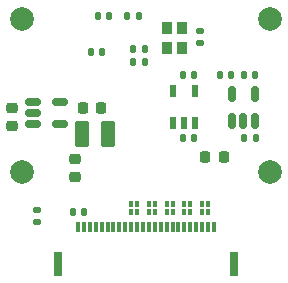
<source format=gbr>
%TF.GenerationSoftware,KiCad,Pcbnew,9.0.0*%
%TF.CreationDate,2025-05-23T22:04:32+09:00*%
%TF.ProjectId,imx219_mipi24,696d7832-3139-45f6-9d69-706932342e6b,rev?*%
%TF.SameCoordinates,Original*%
%TF.FileFunction,Soldermask,Bot*%
%TF.FilePolarity,Negative*%
%FSLAX46Y46*%
G04 Gerber Fmt 4.6, Leading zero omitted, Abs format (unit mm)*
G04 Created by KiCad (PCBNEW 9.0.0) date 2025-05-23 22:04:32*
%MOMM*%
%LPD*%
G01*
G04 APERTURE LIST*
G04 Aperture macros list*
%AMRoundRect*
0 Rectangle with rounded corners*
0 $1 Rounding radius*
0 $2 $3 $4 $5 $6 $7 $8 $9 X,Y pos of 4 corners*
0 Add a 4 corners polygon primitive as box body*
4,1,4,$2,$3,$4,$5,$6,$7,$8,$9,$2,$3,0*
0 Add four circle primitives for the rounded corners*
1,1,$1+$1,$2,$3*
1,1,$1+$1,$4,$5*
1,1,$1+$1,$6,$7*
1,1,$1+$1,$8,$9*
0 Add four rect primitives between the rounded corners*
20,1,$1+$1,$2,$3,$4,$5,0*
20,1,$1+$1,$4,$5,$6,$7,0*
20,1,$1+$1,$6,$7,$8,$9,0*
20,1,$1+$1,$8,$9,$2,$3,0*%
G04 Aperture macros list end*
%ADD10C,2.000000*%
%ADD11RoundRect,0.135000X0.135000X0.185000X-0.135000X0.185000X-0.135000X-0.185000X0.135000X-0.185000X0*%
%ADD12RoundRect,0.150000X0.150000X-0.512500X0.150000X0.512500X-0.150000X0.512500X-0.150000X-0.512500X0*%
%ADD13RoundRect,0.140000X0.140000X0.170000X-0.140000X0.170000X-0.140000X-0.170000X0.140000X-0.170000X0*%
%ADD14RoundRect,0.135000X0.185000X-0.135000X0.185000X0.135000X-0.185000X0.135000X-0.185000X-0.135000X0*%
%ADD15R,0.330200X0.609600*%
%ADD16RoundRect,0.218750X-0.256250X0.218750X-0.256250X-0.218750X0.256250X-0.218750X0.256250X0.218750X0*%
%ADD17R,0.500000X1.005599*%
%ADD18R,0.800000X2.000000*%
%ADD19R,0.300000X0.850000*%
%ADD20RoundRect,0.140000X-0.170000X0.140000X-0.170000X-0.140000X0.170000X-0.140000X0.170000X0.140000X0*%
%ADD21RoundRect,0.225000X0.250000X-0.225000X0.250000X0.225000X-0.250000X0.225000X-0.250000X-0.225000X0*%
%ADD22R,0.900000X1.100000*%
%ADD23RoundRect,0.225000X0.225000X0.250000X-0.225000X0.250000X-0.225000X-0.250000X0.225000X-0.250000X0*%
%ADD24RoundRect,0.218750X0.218750X0.256250X-0.218750X0.256250X-0.218750X-0.256250X0.218750X-0.256250X0*%
%ADD25RoundRect,0.250000X-0.375000X-0.850000X0.375000X-0.850000X0.375000X0.850000X-0.375000X0.850000X0*%
%ADD26RoundRect,0.150000X-0.512500X-0.150000X0.512500X-0.150000X0.512500X0.150000X-0.512500X0.150000X0*%
G04 APERTURE END LIST*
D10*
%TO.C,*%
X160500000Y-102500000D03*
%TD*%
%TO.C,*%
X160500000Y-89500000D03*
%TD*%
%TO.C,REF\u002A\u002A*%
X139500000Y-89500000D03*
%TD*%
%TO.C,*%
X139500000Y-102500000D03*
%TD*%
D11*
%TO.C,R1*%
X149910000Y-92050000D03*
X148890000Y-92050000D03*
%TD*%
D12*
%TO.C,U1*%
X159200000Y-98137500D03*
X158250000Y-98137500D03*
X157300000Y-98137500D03*
X157300000Y-95862500D03*
X159200000Y-95862500D03*
%TD*%
D13*
%TO.C,C2*%
X146880000Y-89250000D03*
X145920000Y-89250000D03*
%TD*%
D14*
%TO.C,R3*%
X140800000Y-106710000D03*
X140800000Y-105690000D03*
%TD*%
D15*
%TO.C,FL4*%
X148750000Y-105144400D03*
X148750000Y-105855600D03*
X149250000Y-105855600D03*
X149250000Y-105144400D03*
%TD*%
D16*
%TO.C,FB2*%
X144000000Y-101362500D03*
X144000000Y-102937500D03*
%TD*%
D15*
%TO.C,FL5*%
X150250000Y-105144400D03*
X150250000Y-105855600D03*
X150750000Y-105855600D03*
X150750000Y-105144400D03*
%TD*%
D17*
%TO.C,U2*%
X154150001Y-98352799D03*
X153200000Y-98352799D03*
X152249999Y-98352799D03*
X152249999Y-95647201D03*
X154150001Y-95647201D03*
%TD*%
D18*
%TO.C,J2*%
X157450000Y-110300000D03*
X142550000Y-110300000D03*
D19*
X155750000Y-107125000D03*
X155250000Y-107125000D03*
X154750000Y-107125000D03*
X154250000Y-107125000D03*
X153750000Y-107125000D03*
X153250000Y-107125000D03*
X152750000Y-107125000D03*
X152250000Y-107125000D03*
X151750000Y-107125000D03*
X151250000Y-107125000D03*
X150750000Y-107125000D03*
X150250000Y-107125000D03*
X149750000Y-107125000D03*
X149250000Y-107125000D03*
X148750000Y-107125000D03*
X148250000Y-107125000D03*
X147750000Y-107125000D03*
X147250000Y-107125000D03*
X146750000Y-107125000D03*
X146250000Y-107125000D03*
X145750000Y-107125000D03*
X145250000Y-107125000D03*
X144750000Y-107125000D03*
X144250000Y-107125000D03*
%TD*%
D20*
%TO.C,C8*%
X154550000Y-90570000D03*
X154550000Y-91530000D03*
%TD*%
D15*
%TO.C,FL2*%
X153250000Y-105144400D03*
X153250000Y-105855600D03*
X153750000Y-105855600D03*
X153750000Y-105144400D03*
%TD*%
D11*
%TO.C,R2*%
X149910000Y-93200000D03*
X148890000Y-93200000D03*
%TD*%
D13*
%TO.C,C4*%
X159300000Y-99600000D03*
X158340000Y-99600000D03*
%TD*%
D21*
%TO.C,C10*%
X138700000Y-98575000D03*
X138700000Y-97025000D03*
%TD*%
D15*
%TO.C,FL1*%
X151750000Y-105144400D03*
X151750000Y-105855600D03*
X152250000Y-105855600D03*
X152250000Y-105144400D03*
%TD*%
D13*
%TO.C,C1*%
X149380000Y-89300000D03*
X148420000Y-89300000D03*
%TD*%
%TO.C,C12*%
X157230000Y-94250000D03*
X156270000Y-94250000D03*
%TD*%
D22*
%TO.C,X1*%
X153050000Y-90250000D03*
X153050000Y-91950000D03*
X151750000Y-91950000D03*
X151750000Y-90250000D03*
%TD*%
D23*
%TO.C,C11*%
X146225000Y-97050000D03*
X144675000Y-97050000D03*
%TD*%
D13*
%TO.C,C9*%
X144780000Y-105900000D03*
X143820000Y-105900000D03*
%TD*%
D24*
%TO.C,FB1*%
X156600000Y-101200000D03*
X155025000Y-101200000D03*
%TD*%
D13*
%TO.C,C6*%
X159230000Y-94250000D03*
X158270000Y-94250000D03*
%TD*%
D15*
%TO.C,FL3*%
X154750000Y-105144400D03*
X154750000Y-105855600D03*
X155250000Y-105855600D03*
X155250000Y-105144400D03*
%TD*%
D25*
%TO.C,L1*%
X144625000Y-99250000D03*
X146775000Y-99250000D03*
%TD*%
D13*
%TO.C,C3*%
X146280000Y-92300000D03*
X145320000Y-92300000D03*
%TD*%
%TO.C,C7*%
X154080000Y-94250000D03*
X153120000Y-94250000D03*
%TD*%
%TO.C,C5*%
X154080000Y-99600000D03*
X153120000Y-99600000D03*
%TD*%
D26*
%TO.C,U3*%
X140462500Y-98450000D03*
X140462500Y-97500000D03*
X140462500Y-96550000D03*
X142737500Y-96550000D03*
X142737500Y-98450000D03*
%TD*%
M02*

</source>
